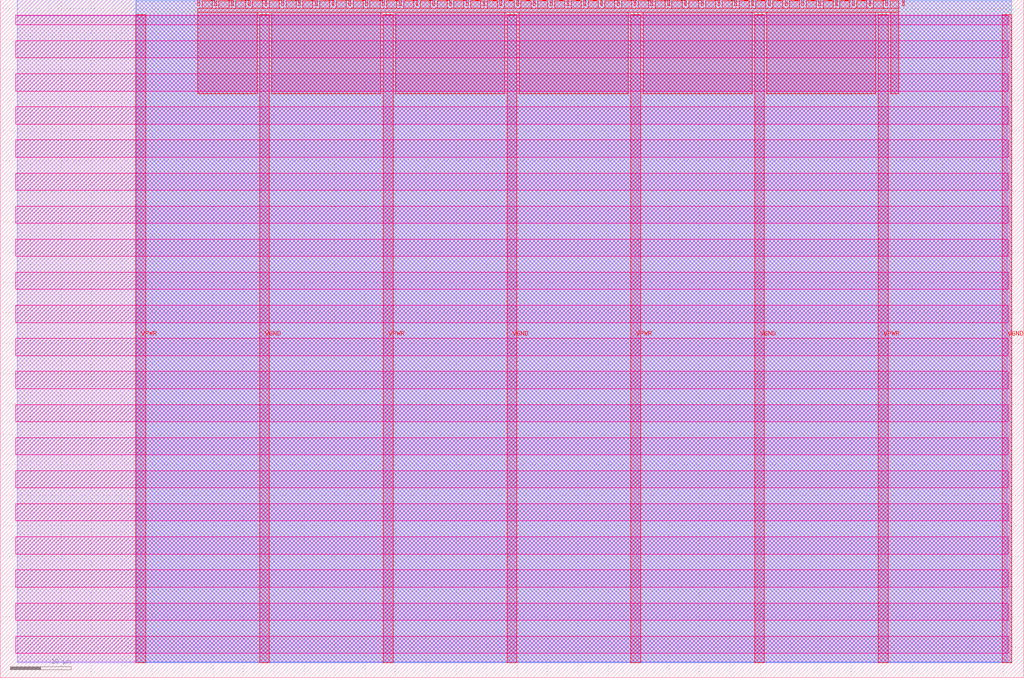
<source format=lef>
VERSION 5.7 ;
  NOWIREEXTENSIONATPIN ON ;
  DIVIDERCHAR "/" ;
  BUSBITCHARS "[]" ;
MACRO tt_um_wokwi_380408486941145089_dup
  CLASS BLOCK ;
  FOREIGN tt_um_wokwi_380408486941145089_dup ;
  ORIGIN 0.000 0.000 ;
  SIZE 168.360 BY 111.520 ;
  PIN VGND
    DIRECTION INOUT ;
    USE GROUND ;
    PORT
      LAYER met4 ;
        RECT 42.670 2.480 44.270 109.040 ;
    END
    PORT
      LAYER met4 ;
        RECT 83.380 2.480 84.980 109.040 ;
    END
    PORT
      LAYER met4 ;
        RECT 124.090 2.480 125.690 109.040 ;
    END
    PORT
      LAYER met4 ;
        RECT 164.800 2.480 166.400 109.040 ;
    END
  END VGND
  PIN VPWR
    DIRECTION INOUT ;
    USE POWER ;
    PORT
      LAYER met4 ;
        RECT 22.315 2.480 23.915 109.040 ;
    END
    PORT
      LAYER met4 ;
        RECT 63.025 2.480 64.625 109.040 ;
    END
    PORT
      LAYER met4 ;
        RECT 103.735 2.480 105.335 109.040 ;
    END
    PORT
      LAYER met4 ;
        RECT 144.445 2.480 146.045 109.040 ;
    END
  END VPWR
  PIN clk
    DIRECTION INPUT ;
    USE SIGNAL ;
    ANTENNAGATEAREA 0.495000 ;
    PORT
      LAYER met4 ;
        RECT 145.670 110.520 145.970 111.520 ;
    END
  END clk
  PIN ena
    DIRECTION INPUT ;
    USE SIGNAL ;
    PORT
      LAYER met4 ;
        RECT 148.430 110.520 148.730 111.520 ;
    END
  END ena
  PIN rst_n
    DIRECTION INPUT ;
    USE SIGNAL ;
    ANTENNAGATEAREA 0.126000 ;
    PORT
      LAYER met4 ;
        RECT 142.910 110.520 143.210 111.520 ;
    END
  END rst_n
  PIN ui_in[0]
    DIRECTION INPUT ;
    USE SIGNAL ;
    ANTENNAGATEAREA 0.196500 ;
    PORT
      LAYER met4 ;
        RECT 140.150 110.520 140.450 111.520 ;
    END
  END ui_in[0]
  PIN ui_in[1]
    DIRECTION INPUT ;
    USE SIGNAL ;
    ANTENNAGATEAREA 0.196500 ;
    PORT
      LAYER met4 ;
        RECT 137.390 110.520 137.690 111.520 ;
    END
  END ui_in[1]
  PIN ui_in[2]
    DIRECTION INPUT ;
    USE SIGNAL ;
    ANTENNAGATEAREA 0.196500 ;
    PORT
      LAYER met4 ;
        RECT 134.630 110.520 134.930 111.520 ;
    END
  END ui_in[2]
  PIN ui_in[3]
    DIRECTION INPUT ;
    USE SIGNAL ;
    ANTENNAGATEAREA 0.196500 ;
    PORT
      LAYER met4 ;
        RECT 131.870 110.520 132.170 111.520 ;
    END
  END ui_in[3]
  PIN ui_in[4]
    DIRECTION INPUT ;
    USE SIGNAL ;
    ANTENNAGATEAREA 0.196500 ;
    PORT
      LAYER met4 ;
        RECT 129.110 110.520 129.410 111.520 ;
    END
  END ui_in[4]
  PIN ui_in[5]
    DIRECTION INPUT ;
    USE SIGNAL ;
    ANTENNAGATEAREA 0.196500 ;
    PORT
      LAYER met4 ;
        RECT 126.350 110.520 126.650 111.520 ;
    END
  END ui_in[5]
  PIN ui_in[6]
    DIRECTION INPUT ;
    USE SIGNAL ;
    ANTENNAGATEAREA 0.196500 ;
    PORT
      LAYER met4 ;
        RECT 123.590 110.520 123.890 111.520 ;
    END
  END ui_in[6]
  PIN ui_in[7]
    DIRECTION INPUT ;
    USE SIGNAL ;
    ANTENNAGATEAREA 0.196500 ;
    PORT
      LAYER met4 ;
        RECT 120.830 110.520 121.130 111.520 ;
    END
  END ui_in[7]
  PIN uio_in[0]
    DIRECTION INPUT ;
    USE SIGNAL ;
    PORT
      LAYER met4 ;
        RECT 118.070 110.520 118.370 111.520 ;
    END
  END uio_in[0]
  PIN uio_in[1]
    DIRECTION INPUT ;
    USE SIGNAL ;
    PORT
      LAYER met4 ;
        RECT 115.310 110.520 115.610 111.520 ;
    END
  END uio_in[1]
  PIN uio_in[2]
    DIRECTION INPUT ;
    USE SIGNAL ;
    PORT
      LAYER met4 ;
        RECT 112.550 110.520 112.850 111.520 ;
    END
  END uio_in[2]
  PIN uio_in[3]
    DIRECTION INPUT ;
    USE SIGNAL ;
    PORT
      LAYER met4 ;
        RECT 109.790 110.520 110.090 111.520 ;
    END
  END uio_in[3]
  PIN uio_in[4]
    DIRECTION INPUT ;
    USE SIGNAL ;
    PORT
      LAYER met4 ;
        RECT 107.030 110.520 107.330 111.520 ;
    END
  END uio_in[4]
  PIN uio_in[5]
    DIRECTION INPUT ;
    USE SIGNAL ;
    PORT
      LAYER met4 ;
        RECT 104.270 110.520 104.570 111.520 ;
    END
  END uio_in[5]
  PIN uio_in[6]
    DIRECTION INPUT ;
    USE SIGNAL ;
    PORT
      LAYER met4 ;
        RECT 101.510 110.520 101.810 111.520 ;
    END
  END uio_in[6]
  PIN uio_in[7]
    DIRECTION INPUT ;
    USE SIGNAL ;
    PORT
      LAYER met4 ;
        RECT 98.750 110.520 99.050 111.520 ;
    END
  END uio_in[7]
  PIN uio_oe[0]
    DIRECTION OUTPUT TRISTATE ;
    USE SIGNAL ;
    PORT
      LAYER met4 ;
        RECT 51.830 110.520 52.130 111.520 ;
    END
  END uio_oe[0]
  PIN uio_oe[1]
    DIRECTION OUTPUT TRISTATE ;
    USE SIGNAL ;
    PORT
      LAYER met4 ;
        RECT 49.070 110.520 49.370 111.520 ;
    END
  END uio_oe[1]
  PIN uio_oe[2]
    DIRECTION OUTPUT TRISTATE ;
    USE SIGNAL ;
    PORT
      LAYER met4 ;
        RECT 46.310 110.520 46.610 111.520 ;
    END
  END uio_oe[2]
  PIN uio_oe[3]
    DIRECTION OUTPUT TRISTATE ;
    USE SIGNAL ;
    PORT
      LAYER met4 ;
        RECT 43.550 110.520 43.850 111.520 ;
    END
  END uio_oe[3]
  PIN uio_oe[4]
    DIRECTION OUTPUT TRISTATE ;
    USE SIGNAL ;
    PORT
      LAYER met4 ;
        RECT 40.790 110.520 41.090 111.520 ;
    END
  END uio_oe[4]
  PIN uio_oe[5]
    DIRECTION OUTPUT TRISTATE ;
    USE SIGNAL ;
    PORT
      LAYER met4 ;
        RECT 38.030 110.520 38.330 111.520 ;
    END
  END uio_oe[5]
  PIN uio_oe[6]
    DIRECTION OUTPUT TRISTATE ;
    USE SIGNAL ;
    PORT
      LAYER met4 ;
        RECT 35.270 110.520 35.570 111.520 ;
    END
  END uio_oe[6]
  PIN uio_oe[7]
    DIRECTION OUTPUT TRISTATE ;
    USE SIGNAL ;
    PORT
      LAYER met4 ;
        RECT 32.510 110.520 32.810 111.520 ;
    END
  END uio_oe[7]
  PIN uio_out[0]
    DIRECTION OUTPUT TRISTATE ;
    USE SIGNAL ;
    PORT
      LAYER met4 ;
        RECT 73.910 110.520 74.210 111.520 ;
    END
  END uio_out[0]
  PIN uio_out[1]
    DIRECTION OUTPUT TRISTATE ;
    USE SIGNAL ;
    PORT
      LAYER met4 ;
        RECT 71.150 110.520 71.450 111.520 ;
    END
  END uio_out[1]
  PIN uio_out[2]
    DIRECTION OUTPUT TRISTATE ;
    USE SIGNAL ;
    PORT
      LAYER met4 ;
        RECT 68.390 110.520 68.690 111.520 ;
    END
  END uio_out[2]
  PIN uio_out[3]
    DIRECTION OUTPUT TRISTATE ;
    USE SIGNAL ;
    PORT
      LAYER met4 ;
        RECT 65.630 110.520 65.930 111.520 ;
    END
  END uio_out[3]
  PIN uio_out[4]
    DIRECTION OUTPUT TRISTATE ;
    USE SIGNAL ;
    PORT
      LAYER met4 ;
        RECT 62.870 110.520 63.170 111.520 ;
    END
  END uio_out[4]
  PIN uio_out[5]
    DIRECTION OUTPUT TRISTATE ;
    USE SIGNAL ;
    PORT
      LAYER met4 ;
        RECT 60.110 110.520 60.410 111.520 ;
    END
  END uio_out[5]
  PIN uio_out[6]
    DIRECTION OUTPUT TRISTATE ;
    USE SIGNAL ;
    PORT
      LAYER met4 ;
        RECT 57.350 110.520 57.650 111.520 ;
    END
  END uio_out[6]
  PIN uio_out[7]
    DIRECTION OUTPUT TRISTATE ;
    USE SIGNAL ;
    PORT
      LAYER met4 ;
        RECT 54.590 110.520 54.890 111.520 ;
    END
  END uio_out[7]
  PIN uo_out[0]
    DIRECTION OUTPUT TRISTATE ;
    USE SIGNAL ;
    ANTENNADIFFAREA 0.795200 ;
    PORT
      LAYER met4 ;
        RECT 95.990 110.520 96.290 111.520 ;
    END
  END uo_out[0]
  PIN uo_out[1]
    DIRECTION OUTPUT TRISTATE ;
    USE SIGNAL ;
    ANTENNADIFFAREA 0.445500 ;
    PORT
      LAYER met4 ;
        RECT 93.230 110.520 93.530 111.520 ;
    END
  END uo_out[1]
  PIN uo_out[2]
    DIRECTION OUTPUT TRISTATE ;
    USE SIGNAL ;
    ANTENNADIFFAREA 0.445500 ;
    PORT
      LAYER met4 ;
        RECT 90.470 110.520 90.770 111.520 ;
    END
  END uo_out[2]
  PIN uo_out[3]
    DIRECTION OUTPUT TRISTATE ;
    USE SIGNAL ;
    ANTENNADIFFAREA 0.795200 ;
    PORT
      LAYER met4 ;
        RECT 87.710 110.520 88.010 111.520 ;
    END
  END uo_out[3]
  PIN uo_out[4]
    DIRECTION OUTPUT TRISTATE ;
    USE SIGNAL ;
    ANTENNADIFFAREA 0.445500 ;
    PORT
      LAYER met4 ;
        RECT 84.950 110.520 85.250 111.520 ;
    END
  END uo_out[4]
  PIN uo_out[5]
    DIRECTION OUTPUT TRISTATE ;
    USE SIGNAL ;
    ANTENNADIFFAREA 0.795200 ;
    PORT
      LAYER met4 ;
        RECT 82.190 110.520 82.490 111.520 ;
    END
  END uo_out[5]
  PIN uo_out[6]
    DIRECTION OUTPUT TRISTATE ;
    USE SIGNAL ;
    ANTENNADIFFAREA 0.795200 ;
    PORT
      LAYER met4 ;
        RECT 79.430 110.520 79.730 111.520 ;
    END
  END uo_out[6]
  PIN uo_out[7]
    DIRECTION OUTPUT TRISTATE ;
    USE SIGNAL ;
    ANTENNADIFFAREA 0.445500 ;
    PORT
      LAYER met4 ;
        RECT 76.670 110.520 76.970 111.520 ;
    END
  END uo_out[7]
  OBS
      LAYER nwell ;
        RECT 2.570 107.385 165.790 108.990 ;
        RECT 2.570 101.945 165.790 104.775 ;
        RECT 2.570 96.505 165.790 99.335 ;
        RECT 2.570 91.065 165.790 93.895 ;
        RECT 2.570 85.625 165.790 88.455 ;
        RECT 2.570 80.185 165.790 83.015 ;
        RECT 2.570 74.745 165.790 77.575 ;
        RECT 2.570 69.305 165.790 72.135 ;
        RECT 2.570 63.865 165.790 66.695 ;
        RECT 2.570 58.425 165.790 61.255 ;
        RECT 2.570 52.985 165.790 55.815 ;
        RECT 2.570 47.545 165.790 50.375 ;
        RECT 2.570 42.105 165.790 44.935 ;
        RECT 2.570 36.665 165.790 39.495 ;
        RECT 2.570 31.225 165.790 34.055 ;
        RECT 2.570 25.785 165.790 28.615 ;
        RECT 2.570 20.345 165.790 23.175 ;
        RECT 2.570 14.905 165.790 17.735 ;
        RECT 2.570 9.465 165.790 12.295 ;
        RECT 2.570 4.025 165.790 6.855 ;
      LAYER li1 ;
        RECT 2.760 2.635 165.600 108.885 ;
      LAYER met1 ;
        RECT 2.760 2.480 166.400 111.480 ;
      LAYER met2 ;
        RECT 22.345 2.535 166.370 111.510 ;
      LAYER met3 ;
        RECT 22.325 2.555 166.390 111.345 ;
      LAYER met4 ;
        RECT 33.210 110.120 34.870 111.345 ;
        RECT 35.970 110.120 37.630 111.345 ;
        RECT 38.730 110.120 40.390 111.345 ;
        RECT 41.490 110.120 43.150 111.345 ;
        RECT 44.250 110.120 45.910 111.345 ;
        RECT 47.010 110.120 48.670 111.345 ;
        RECT 49.770 110.120 51.430 111.345 ;
        RECT 52.530 110.120 54.190 111.345 ;
        RECT 55.290 110.120 56.950 111.345 ;
        RECT 58.050 110.120 59.710 111.345 ;
        RECT 60.810 110.120 62.470 111.345 ;
        RECT 63.570 110.120 65.230 111.345 ;
        RECT 66.330 110.120 67.990 111.345 ;
        RECT 69.090 110.120 70.750 111.345 ;
        RECT 71.850 110.120 73.510 111.345 ;
        RECT 74.610 110.120 76.270 111.345 ;
        RECT 77.370 110.120 79.030 111.345 ;
        RECT 80.130 110.120 81.790 111.345 ;
        RECT 82.890 110.120 84.550 111.345 ;
        RECT 85.650 110.120 87.310 111.345 ;
        RECT 88.410 110.120 90.070 111.345 ;
        RECT 91.170 110.120 92.830 111.345 ;
        RECT 93.930 110.120 95.590 111.345 ;
        RECT 96.690 110.120 98.350 111.345 ;
        RECT 99.450 110.120 101.110 111.345 ;
        RECT 102.210 110.120 103.870 111.345 ;
        RECT 104.970 110.120 106.630 111.345 ;
        RECT 107.730 110.120 109.390 111.345 ;
        RECT 110.490 110.120 112.150 111.345 ;
        RECT 113.250 110.120 114.910 111.345 ;
        RECT 116.010 110.120 117.670 111.345 ;
        RECT 118.770 110.120 120.430 111.345 ;
        RECT 121.530 110.120 123.190 111.345 ;
        RECT 124.290 110.120 125.950 111.345 ;
        RECT 127.050 110.120 128.710 111.345 ;
        RECT 129.810 110.120 131.470 111.345 ;
        RECT 132.570 110.120 134.230 111.345 ;
        RECT 135.330 110.120 136.990 111.345 ;
        RECT 138.090 110.120 139.750 111.345 ;
        RECT 140.850 110.120 142.510 111.345 ;
        RECT 143.610 110.120 145.270 111.345 ;
        RECT 146.370 110.120 147.825 111.345 ;
        RECT 32.495 109.440 147.825 110.120 ;
        RECT 32.495 96.055 42.270 109.440 ;
        RECT 44.670 96.055 62.625 109.440 ;
        RECT 65.025 96.055 82.980 109.440 ;
        RECT 85.380 96.055 103.335 109.440 ;
        RECT 105.735 96.055 123.690 109.440 ;
        RECT 126.090 96.055 144.045 109.440 ;
        RECT 146.445 96.055 147.825 109.440 ;
  END
END tt_um_wokwi_380408486941145089_dup
END LIBRARY


</source>
